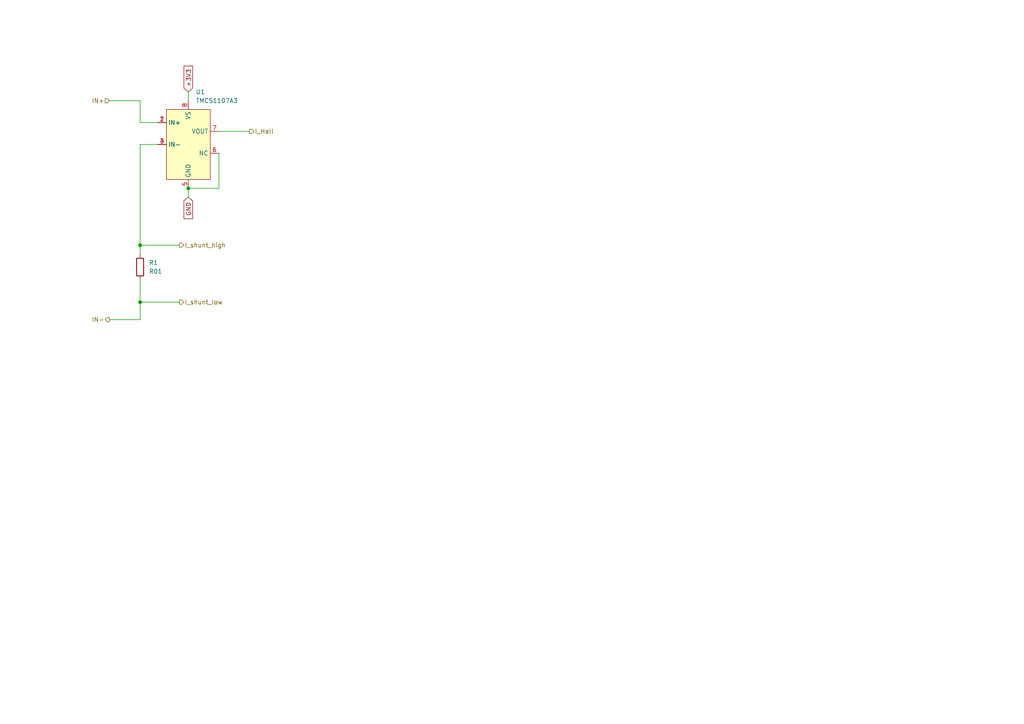
<source format=kicad_sch>
(kicad_sch (version 20250114) (generator "eeschema") (generator_version "9.0")
  (paper "A4")
  (lib_symbols
    (symbol "Device:R" (pin_numbers (hide yes)) (pin_names (offset 0))
      (property "Reference" "R" (at 2.032 0 90))
      (property "Value" "R" (at 0 0 90))
      (symbol "R_0_1"
        (rectangle (start -1.016 -2.54) (end 1.016 2.54) (stroke (width 0.254)))
      )
      (symbol "R_1_1"
        (pin passive line (at 0 3.81 270) (length 1.27) (name "~") (number "1"))
        (pin passive line (at 0 -3.81 90) (length 1.27) (name "~") (number "2"))
      )
    )
    (symbol "TMCS1107:TMCS1107"
      (property "Reference" "U" (at 0 0 0))
      (symbol "TMCS1107_1_1"
        (rectangle (start -6.35 7.62) (end 6.35 -12.7) (fill (type background)))
        (pin input line (at -8.89 3.81 0) (length 2.54) (name "IN+") (number "1"))
        (pin input line (at -8.89 3.81 0) (length 2.54) (name "IN+") (number "2"))
        (pin output line (at -8.89 -2.54 0) (length 2.54) (name "IN-") (number "3"))
        (pin output line (at -8.89 -2.54 0) (length 2.54) (name "IN-") (number "4"))
        (pin power_in line (at 0 10.16 270) (length 2.54) (name "VS") (number "8"))
        (pin power_out line (at 0 -15.24 90) (length 2.54) (name "GND") (number "5"))
        (pin output line (at 8.89 1.27 180) (length 2.54) (name "VOUT") (number "7"))
        (pin unspecified line (at 8.89 -5.08 180) (length 2.54) (name "NC") (number "6"))
      )
    )
  )
  (junction (at 40.64 71.12))
  (junction (at 54.61 54.61))
  (junction (at 40.64 87.63))
  (wire (pts (xy 63.5 44.45) (xy 63.5 54.61)))
  (wire (pts (xy 45.72 35.56) (xy 40.64 35.56)))
  (wire (pts (xy 40.64 73.66) (xy 40.64 71.12)))
  (wire (pts (xy 40.64 87.63) (xy 52.07 87.63)))
  (wire (pts (xy 54.61 54.61) (xy 54.61 57.15)))
  (wire (pts (xy 40.64 92.71) (xy 31.75 92.71)))
  (wire (pts (xy 40.64 41.91) (xy 45.72 41.91)))
  (wire (pts (xy 40.64 29.21) (xy 40.64 35.56)))
  (wire (pts (xy 54.61 54.61) (xy 63.5 54.61)))
  (wire (pts (xy 54.61 26.67) (xy 54.61 29.21)))
  (wire (pts (xy 31.75 29.21) (xy 40.64 29.21)))
  (wire (pts (xy 63.5 38.1) (xy 72.39 38.1)))
  (wire (pts (xy 40.64 81.28) (xy 40.64 87.63)))
  (wire (pts (xy 40.64 71.12) (xy 40.64 41.91)))
  (wire (pts (xy 40.64 71.12) (xy 52.07 71.12)))
  (wire (pts (xy 40.64 87.63) (xy 40.64 92.71)))
  (global_label "GND" (shape input) (at 54.61 57.15 270) (property "Intersheetrefs" "${INTERSHEET_REFS}" (effects (hide yes))))
  (global_label "+3V3" (shape input) (at 54.61 26.67 90) (property "Intersheetrefs" "${INTERSHEET_REFS}" (effects (hide yes))))
  (hierarchical_label "I_shunt_high" (shape output) (at 52.07 71.12 0))
  (hierarchical_label "IN-" (shape output) (at 31.75 92.71 180))
  (hierarchical_label "I_shunt_low" (shape output) (at 52.07 87.63 0))
  (hierarchical_label "I_Hall" (shape output) (at 72.39 38.1 0))
  (hierarchical_label "IN+" (shape input) (at 31.75 29.21 180))
  (symbol (lib_id "Device:R") (at 40.64 77.47 0) (unit 1)
    (property "Reference" "R1" (at 43.18 76.1999 0) (effects (justify left)))
    (property "Value" "R01" (at 43.18 78.7399 0) (effects (justify left)))
    (property "Footprint" "Resistor_SMD:R_1206_3216Metric_Pad1.30x1.75mm_HandSolder" (effects (hide yes)))
    (property "Description" "Resistor" (effects (hide yes)))
    (property "Manufacturer Part Number" "WSLP1206R0100FEA " (effects (hide yes)))
    (property "Mouser Part Number" "71-WSLP1206R0100FEA " (effects (hide yes)))
  )
  (symbol (lib_id "TMCS1107:TMCS1107") (at 54.61 39.37 0) (unit 1)
    (property "Reference" "U1" (at 56.7533 26.67 0) (effects (justify left)))
    (property "Value" "TMCS1107A3" (at 56.7533 29.21 0) (effects (justify left)))
    (property "Footprint" "Package_SO:SOIC-8_3.9x4.9mm_P1.27mm" (effects (hide yes)))
    (property "Manufacturer Part Number" "TMCS1107A3UQDR " (effects (hide yes)))
    (property "Mouser Part Number" "595-TMCS1107A3UQDR " (effects (hide yes)))
  )
)
</source>
